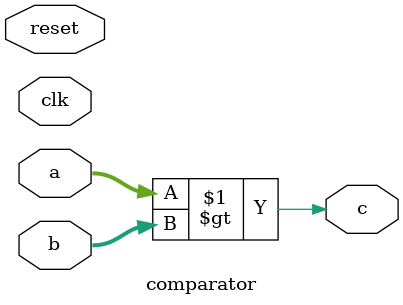
<source format=v>
`timescale 1ns / 1ps
module comparator(
   input clk,
   input reset,
	input [3:0] a,
	input [3:0] b,
	output c
	 
    );
	 assign c = a > b;


endmodule

</source>
